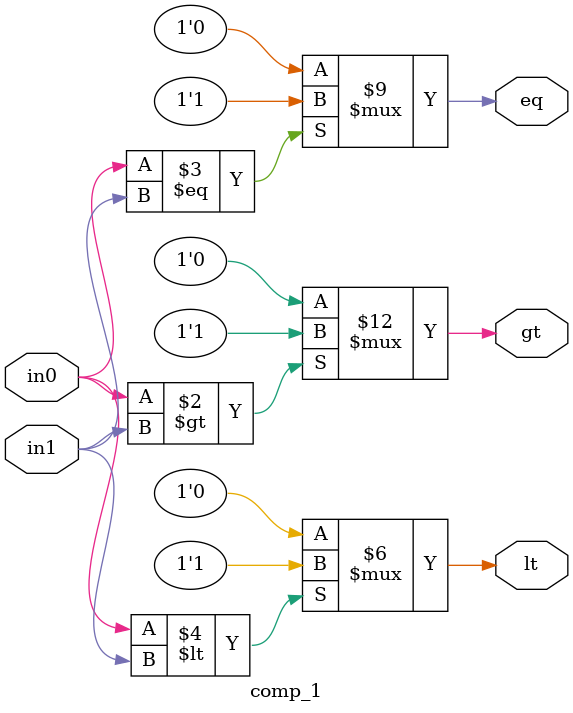
<source format=v>
`timescale 1ns / 1ps


module comp_1  
      (
        input  in0,in1,
		output  reg  gt,eq,lt 
     );
      always @*  
begin
   gt = 0;
   eq = 0;
   lt = 0;
		 if(in0>in1)
            gt = 1;
          if(in0==in1)
            eq = 1;
          if(in0<in1)
            lt = 1;
       end
  endmodule


</source>
